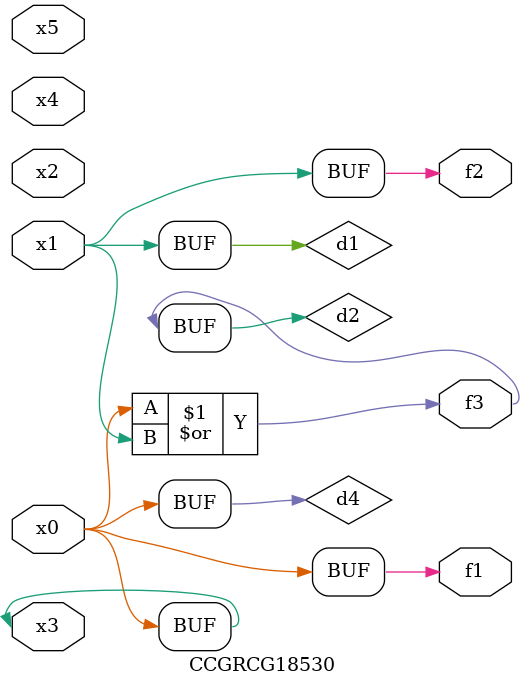
<source format=v>
module CCGRCG18530(
	input x0, x1, x2, x3, x4, x5,
	output f1, f2, f3
);

	wire d1, d2, d3, d4;

	and (d1, x1);
	or (d2, x0, x1);
	nand (d3, x0, x5);
	buf (d4, x0, x3);
	assign f1 = d4;
	assign f2 = d1;
	assign f3 = d2;
endmodule

</source>
